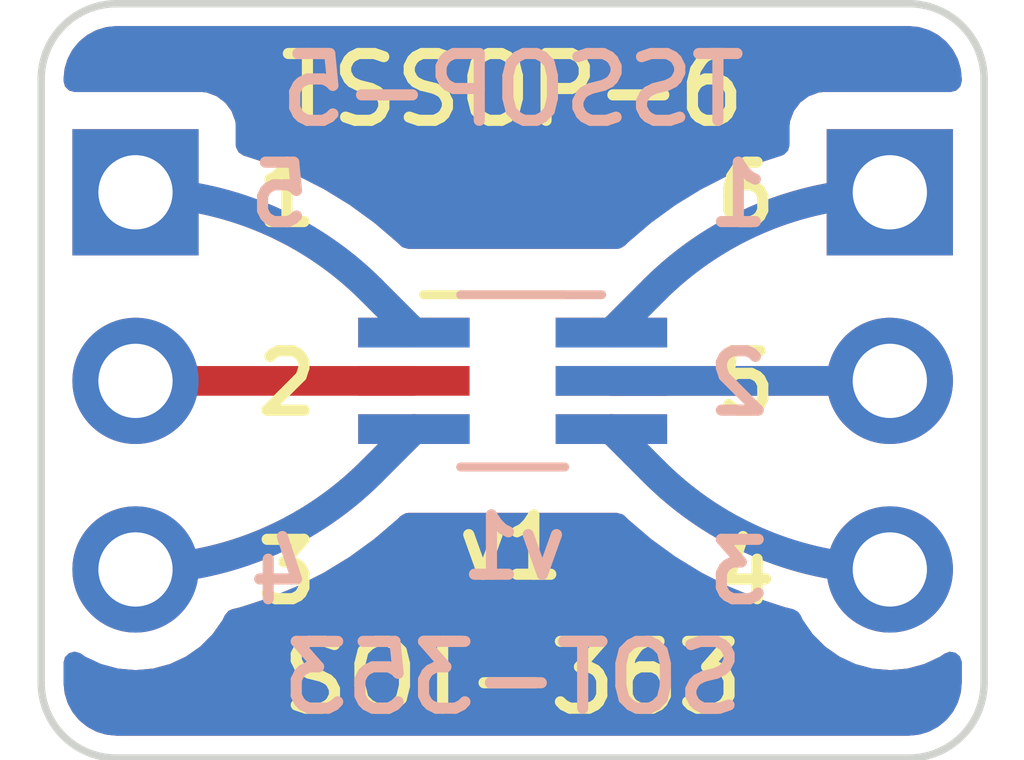
<source format=kicad_pcb>
(kicad_pcb (version 20221018) (generator pcbnew)
  (title_block (rev "1") (comment 4 "AISLER Project ID: AWGXUVPB"))
  (layers (0 "F.Cu" mixed) (31 "B.Cu" mixed) (34 "B.Paste" user) (35 "F.Paste" user) (36 "B.SilkS" user "B.Silkscreen") (37 "F.SilkS" user "F.Silkscreen") (38 "B.Mask" user) (39 "F.Mask" user) (44 "Edge.Cuts" user))
  (net 0 "")
  (net 1 "/Pin 1")
  (net 2 "/Pin 2")
  (net 3 "/Pin 3")
  (net 4 "/Pin 4")
  (net 5 "/Pin 5")
  (net 6 "/Pin 6")
  (footprint "_footprints:PinHeader_1x03_P2.54mm_Vertical_nosilk" (layer "F.Cu") (at 116.84 88.9)
    (fp_text reference "J2" hide)
    (fp_text value "Conn_01x03_Pin" hide)
    (pad "1" thru_hole rect (at 0 0) (size 1.7 1.7) (drill 1) (layers "*.Cu" "*.Mask") (net 1 "/Pin 1"))
    (pad "2" thru_hole oval (at 0 2.54) (size 1.7 1.7) (drill 1) (layers "*.Cu" "*.Mask") (net 2 "/Pin 2"))
    (pad "3" thru_hole oval (at 0 5.08) (size 1.7 1.7) (drill 1) (layers "*.Cu" "*.Mask") (net 3 "/Pin 3"))
  )
  (footprint "Package_TO_SOT_SMD:SOT-363_SC-70-6_Handsoldering" (layer "F.Cu") (at 121.92 91.44)
    (fp_text reference "J1" hide)
    (fp_text value "SOT-363" (at 0 4 180) (layer "F.SilkS") (effects (font (size 0.9 0.9))))
    (fp_text user "TSSOP-6" (at 0 -3.918 unlocked) (layer "F.SilkS") (effects (font (size 0.9 0.9))))
    (fp_line (start -0.7 1.16) (end 0.7 1.16) (stroke (width 0.12)) (layer "F.SilkS"))
    (fp_line (start 0.7 -1.16) (end -1.2 -1.16) (stroke (width 0.12)) (layer "F.SilkS"))
    (pad "1" smd rect (at -1.33 -0.65) (size 1.5 0.4) (layers "F.Cu" "F.Paste" "F.Mask") (net 1 "/Pin 1"))
    (pad "2" smd rect (at -1.33 0) (size 1.5 0.4) (layers "F.Cu" "F.Paste" "F.Mask") (net 2 "/Pin 2"))
    (pad "3" smd rect (at -1.33 0.65) (size 1.5 0.4) (layers "F.Cu" "F.Paste" "F.Mask") (net 3 "/Pin 3"))
    (pad "4" smd rect (at 1.33 0.65) (size 1.5 0.4) (layers "F.Cu" "F.Paste" "F.Mask") (net 4 "/Pin 4"))
    (pad "5" smd rect (at 1.33 0) (size 1.5 0.4) (layers "F.Cu" "F.Paste" "F.Mask") (net 5 "/Pin 5"))
    (pad "6" smd rect (at 1.33 -0.65) (size 1.5 0.4) (layers "F.Cu" "F.Paste" "F.Mask") (net 6 "/Pin 6"))
  )
  (footprint "_footprints:PinHeader_1x03_P2.54mm_Vertical_nosilk" (layer "F.Cu") (at 127 88.9)
    (fp_text reference "J3" hide)
    (fp_text value "Conn_01x03_Pin" hide)
    (pad "1" thru_hole rect (at 0 0) (size 1.7 1.7) (drill 1) (layers "*.Cu" "*.Mask") (net 6 "/Pin 6"))
    (pad "2" thru_hole oval (at 0 2.54) (size 1.7 1.7) (drill 1) (layers "*.Cu" "*.Mask") (net 5 "/Pin 5"))
    (pad "3" thru_hole oval (at 0 5.08) (size 1.7 1.7) (drill 1) (layers "*.Cu" "*.Mask") (net 4 "/Pin 4"))
  )
  (footprint "Package_TO_SOT_SMD:SOT-353_SC-70-5_Handsoldering" (layer "B.Cu") (at 121.92 91.44 180)
    (fp_text reference "J4" hide)
    (fp_text value "SOT-353" (at 0 -4) (layer "B.SilkS") (effects (font (size 0.9 0.9)) (justify mirror)))
    (fp_text user "TSSOP-5" (at 0 3.918 unlocked) (layer "B.SilkS") (effects (font (size 0.9 0.9)) (justify mirror)))
    (fp_line (start -0.7 -1.16) (end 0.7 -1.16) (stroke (width 0.12)) (layer "B.SilkS"))
    (fp_line (start 0.7 1.16) (end -1.2 1.16) (stroke (width 0.12)) (layer "B.SilkS"))
    (pad "1" smd rect (at -1.33 0.65 180) (size 1.5 0.4) (layers "B.Cu" "B.Paste" "B.Mask") (net 6 "/Pin 6"))
    (pad "2" smd rect (at -1.33 0 180) (size 1.5 0.4) (layers "B.Cu" "B.Paste" "B.Mask") (net 5 "/Pin 5"))
    (pad "3" smd rect (at -1.33 -0.65 180) (size 1.5 0.4) (layers "B.Cu" "B.Paste" "B.Mask") (net 4 "/Pin 4"))
    (pad "4" smd rect (at 1.33 -0.65 180) (size 1.5 0.4) (layers "B.Cu" "B.Paste" "B.Mask") (net 3 "/Pin 3"))
    (pad "5" smd rect (at 1.33 0.65 180) (size 1.5 0.4) (layers "B.Cu" "B.Paste" "B.Mask") (net 1 "/Pin 1"))
  )
  (gr_arc (start 127.254 86.36) (mid 127.97242 86.65758) (end 128.27 87.376) (stroke (width 0.1)) (layer "Edge.Cuts"))
  (gr_line (start 115.57 95.504) (end 115.57 87.376) (stroke (width 0.1)) (layer "Edge.Cuts"))
  (gr_arc (start 128.27 95.504) (mid 127.97242 96.22242) (end 127.254 96.52) (stroke (width 0.1)) (layer "Edge.Cuts"))
  (gr_arc (start 116.586 96.52) (mid 115.86758 96.22242) (end 115.57 95.504) (stroke (width 0.1)) (layer "Edge.Cuts"))
  (gr_arc (start 115.57 87.376) (mid 115.86758 86.65758) (end 116.586 86.36) (stroke (width 0.1)) (layer "Edge.Cuts"))
  (gr_line (start 128.27 87.376) (end 128.27 95.504) (stroke (width 0.1)) (layer "Edge.Cuts"))
  (gr_line (start 127.254 96.52) (end 116.586 96.52) (stroke (width 0.1)) (layer "Edge.Cuts"))
  (gr_line (start 116.586 86.36) (end 127.254 86.36) (stroke (width 0.1)) (layer "Edge.Cuts"))
  (gr_text "2" (at 124.96 91.94) (layer "B.SilkS") (effects (font (size 0.8 0.8)) (justify bottom mirror)))
  (gr_text "5" (at 118.78 89.4) (layer "B.SilkS") (effects (font (size 0.8 0.8)) (justify bottom mirror)))
  (gr_text "4" (at 118.78 94.48) (layer "B.SilkS") (effects (font (size 0.8 0.8)) (justify bottom mirror)))
  (gr_text "1" (at 124.96 89.4) (layer "B.SilkS") (effects (font (size 0.8 0.8)) (justify bottom mirror)))
  (gr_text "v${REVISION}" (at 121.939 94.15) (layer "B.SilkS") (effects (font (size 0.8 0.8) (thickness 0.15) bold) (justify bottom mirror)))
  (gr_text "3" (at 124.96 94.48) (layer "B.SilkS") (effects (font (size 0.8 0.8)) (justify bottom mirror)))
  (gr_text "5" (at 125.06 91.94) (layer "F.SilkS") (effects (font (size 0.8 0.8)) (justify bottom)))
  (gr_text "2" (at 118.88 91.94) (layer "F.SilkS") (effects (font (size 0.8 0.8)) (justify bottom)))
  (gr_text "3" (at 118.88 94.48) (layer "F.SilkS") (effects (font (size 0.8 0.8)) (justify bottom)))
  (gr_text "1" (at 118.88 89.4) (layer "F.SilkS") (effects (font (size 0.8 0.8)) (justify bottom)))
  (gr_text "6" (at 125.06 89.4) (layer "F.SilkS") (effects (font (size 0.8 0.8)) (justify bottom)))
  (gr_text "4" (at 125.06 94.48) (layer "F.SilkS") (effects (font (size 0.8 0.8)) (justify bottom)))
  (gr_text "v${REVISION}" (at 121.9 94.15) (layer "F.SilkS") (effects (font (size 0.8 0.8) (thickness 0.15) bold) (justify bottom)))
  (segment (start 120.015218 90.215219) (end 120.59 90.79) (width 0.4) (layer "F.Cu") (net 1))
  (arc (start 116.84 88.9) (mid 118.558416 89.241814) (end 120.015218 90.215219) (width 0.4) (layer "F.Cu") (net 1))
  (segment (start 120.59 90.79) (end 120.015219 90.215219) (width 0.4) (layer "B.Cu") (net 1))
  (arc (start 120.015219 90.215219) (mid 118.558416 89.241814) (end 116.84 88.9) (width 0.4) (layer "B.Cu") (net 1))
  (segment (start 120.575 91.44) (end 120.59 91.425) (width 0.3) (layer "F.Cu") (net 2))
  (segment (start 116.84 91.44) (end 120.59 91.44) (width 0.4) (layer "F.Cu") (net 2))
  (arc (start 120.553787 91.44) (mid 120.573385 91.436102) (end 120.59 91.425) (width 0.3) (layer "F.Cu") (net 2))
  (segment (start 120.015218 92.664781) (end 120.59 92.09) (width 0.4) (layer "F.Cu") (net 3))
  (arc (start 116.84 93.98) (mid 118.558416 93.638186) (end 120.015218 92.664781) (width 0.4) (layer "F.Cu") (net 3))
  (segment (start 120.59 92.09) (end 120.015219 92.664781) (width 0.4) (layer "B.Cu") (net 3))
  (arc (start 120.015219 92.664781) (mid 118.558416 93.638186) (end 116.84 93.98) (width 0.4) (layer "B.Cu") (net 3))
  (segment (start 123.824782 92.664781) (end 123.25 92.09) (width 0.4) (layer "F.Cu") (net 4))
  (arc (start 127 93.98) (mid 125.281584 93.638186) (end 123.824782 92.664781) (width 0.4) (layer "F.Cu") (net 4))
  (segment (start 123.25 92.09) (end 123.824781 92.664781) (width 0.4) (layer "B.Cu") (net 4))
  (arc (start 123.824781 92.664781) (mid 125.281584 93.638186) (end 127 93.98) (width 0.4) (layer "B.Cu") (net 4))
  (segment (start 123.265 91.44) (end 123.25 91.425) (width 0.3) (layer "F.Cu") (net 5))
  (segment (start 127 91.44) (end 123.25 91.44) (width 0.4) (layer "F.Cu") (net 5))
  (arc (start 123.25 91.425) (mid 123.266614 91.436102) (end 123.286213 91.44) (width 0.3) (layer "F.Cu") (net 5))
  (segment (start 123.25 91.44) (end 127 91.44) (width 0.4) (layer "B.Cu") (net 5))
  (arc (start 123.286213 91.44) (mid 123.266615 91.436102) (end 123.25 91.425) (width 0.3) (layer "B.Cu") (net 5))
  (segment (start 123.824782 90.215219) (end 123.25 90.79) (width 0.4) (layer "F.Cu") (net 6))
  (arc (start 127 88.9) (mid 125.281584 89.241814) (end 123.824782 90.215219) (width 0.4) (layer "F.Cu") (net 6))
  (segment (start 123.25 90.79) (end 123.824781 90.215219) (width 0.4) (layer "B.Cu") (net 6))
  (arc (start 123.824781 90.215219) (mid 125.281584 89.241814) (end 127 88.9) (width 0.4) (layer "B.Cu") (net 6))
  (zone (net 0) (net_name "") (layers "F&B.Cu") (connect_pads (clearance 0)) (min_thickness 0.25)
    (keepout (tracks allowed) (vias allowed) (pads allowed) (copperpour not_allowed) (footprints allowed))
    (fill (thermal_gap 0.5) (thermal_bridge_width 0.5))
    (polygon (pts (xy 115.062 89.662) (xy 128.778 89.662) (xy 128.778 93.218) (xy 115.062 93.218)))
  )
  (zone (net 0) (net_name "") (layers "F&B.Cu") (connect_pads (clearance 0.5)) (min_thickness 0.3) (fill yes (thermal_gap 0.5) (thermal_bridge_width 0.5) (island_removal_mode 1) (island_area_min 10))
    (polygon (pts (xy 128.778 86.36) (xy 115.062 86.36) (xy 115.062 96.52) (xy 128.778 96.52)))
  )
)
</source>
